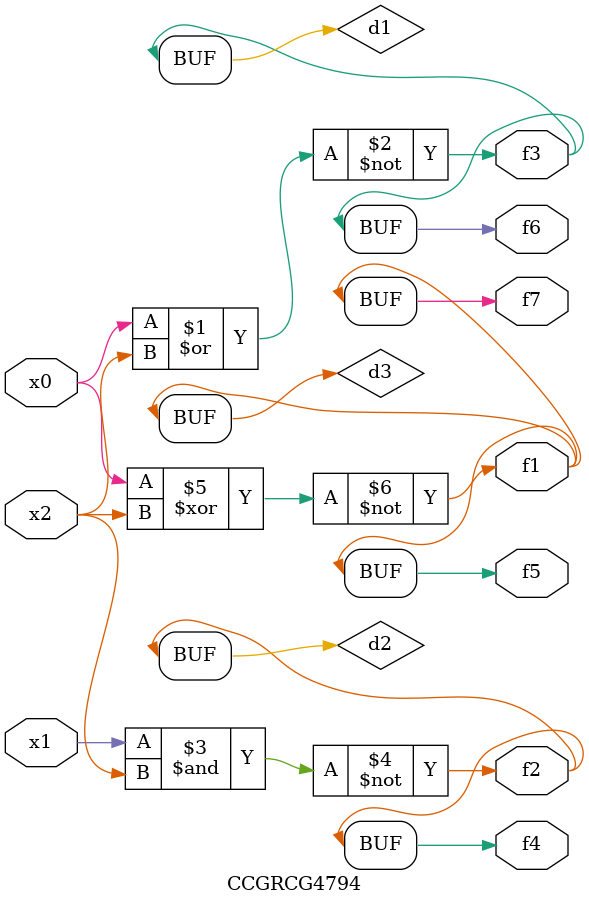
<source format=v>
module CCGRCG4794(
	input x0, x1, x2,
	output f1, f2, f3, f4, f5, f6, f7
);

	wire d1, d2, d3;

	nor (d1, x0, x2);
	nand (d2, x1, x2);
	xnor (d3, x0, x2);
	assign f1 = d3;
	assign f2 = d2;
	assign f3 = d1;
	assign f4 = d2;
	assign f5 = d3;
	assign f6 = d1;
	assign f7 = d3;
endmodule

</source>
